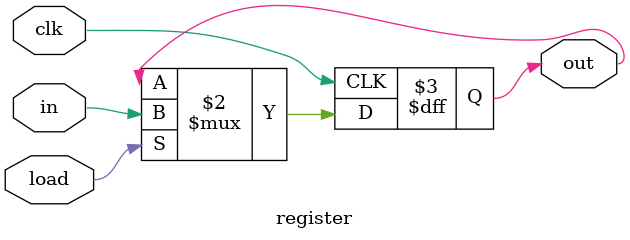
<source format=v>
module regfile(data_in, data_out, readnum, writenum, write, clk, R0_out);
  parameter k = 16;

  input [k - 1:0] data_in;
  input [2:0] writenum, readnum;
  input write;
  input clk;
  output [k - 1:0] data_out, R0_out;

  wire [7:0] preload, load, read_select;
  wire [k - 1:0] rout0, rout1, rout2, rout3, rout4, rout5, rout6, rout7;

  // modules
  decoder  #(3, 8) DEC0(writenum, preload);
  decoder  #(3, 8) DEC1(readnum, read_select);
  MUX8     #(k)   M0(rout0, rout1, rout2, rout3, rout4, rout5, rout6, rout7, read_select, data_out);
  register #(k)   R0(data_in, rout0, load[0], clk);
  register #(k)   R1(data_in, rout1, load[1], clk);
  register #(k)   R2(data_in, rout2, load[2], clk);
  register #(k)   R3(data_in, rout3, load[3], clk);
  register #(k)   R4(data_in, rout4, load[4], clk);
  register #(k)   R5(data_in, rout5, load[5], clk);
  register #(k)   R6(data_in, rout6, load[6], clk);
  register #(k)   R7(data_in, rout7, load[7], clk);

  assign load = preload & {8{write}};
  assign R0_out = rout0;
endmodule

module register(in, out, load, clk);
  parameter k = 1;

  input [k-1:0] in;
  input load, clk;
  output reg [k-1:0] out;

  always @(posedge clk) begin
    out = load ? in : out;
  end
endmodule

</source>
